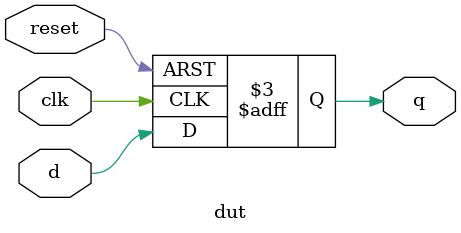
<source format=v>

`timescale 1ns/1ps
module dut (
  input wire clk,
  input wire d,
  input reset,
  output reg q
);
  always @(posedge clk or negedge reset) begin
    if (!reset) begin
      q <= 0;
    end else begin
      q <= d;
    end
  end
endmodule
</source>
